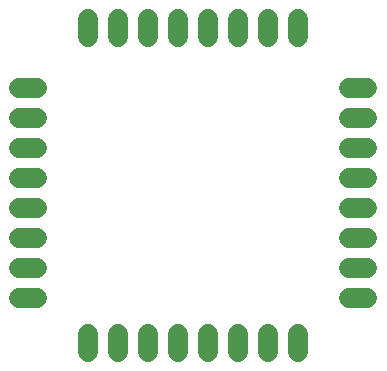
<source format=gbr>
G04 EAGLE Gerber RS-274X export*
G75*
%MOMM*%
%FSLAX34Y34*%
%LPD*%
%INSoldermask Bottom*%
%IPPOS*%
%AMOC8*
5,1,8,0,0,1.08239X$1,22.5*%
G01*
%ADD10C,1.727200*%


D10*
X228600Y426720D02*
X228600Y411480D01*
X254000Y411480D02*
X254000Y426720D01*
X279400Y426720D02*
X279400Y411480D01*
X304800Y411480D02*
X304800Y426720D01*
X330200Y426720D02*
X330200Y411480D01*
X355600Y411480D02*
X355600Y426720D01*
X381000Y426720D02*
X381000Y411480D01*
X203200Y411480D02*
X203200Y426720D01*
X424180Y215900D02*
X439420Y215900D01*
X439420Y241300D02*
X424180Y241300D01*
X424180Y266700D02*
X439420Y266700D01*
X439420Y292100D02*
X424180Y292100D01*
X424180Y317500D02*
X439420Y317500D01*
X439420Y342900D02*
X424180Y342900D01*
X424180Y368300D02*
X439420Y368300D01*
X439420Y190500D02*
X424180Y190500D01*
X228600Y160020D02*
X228600Y144780D01*
X254000Y144780D02*
X254000Y160020D01*
X279400Y160020D02*
X279400Y144780D01*
X304800Y144780D02*
X304800Y160020D01*
X330200Y160020D02*
X330200Y144780D01*
X355600Y144780D02*
X355600Y160020D01*
X381000Y160020D02*
X381000Y144780D01*
X203200Y144780D02*
X203200Y160020D01*
X160020Y215900D02*
X144780Y215900D01*
X144780Y241300D02*
X160020Y241300D01*
X160020Y266700D02*
X144780Y266700D01*
X144780Y292100D02*
X160020Y292100D01*
X160020Y317500D02*
X144780Y317500D01*
X144780Y342900D02*
X160020Y342900D01*
X160020Y368300D02*
X144780Y368300D01*
X144780Y190500D02*
X160020Y190500D01*
M02*

</source>
